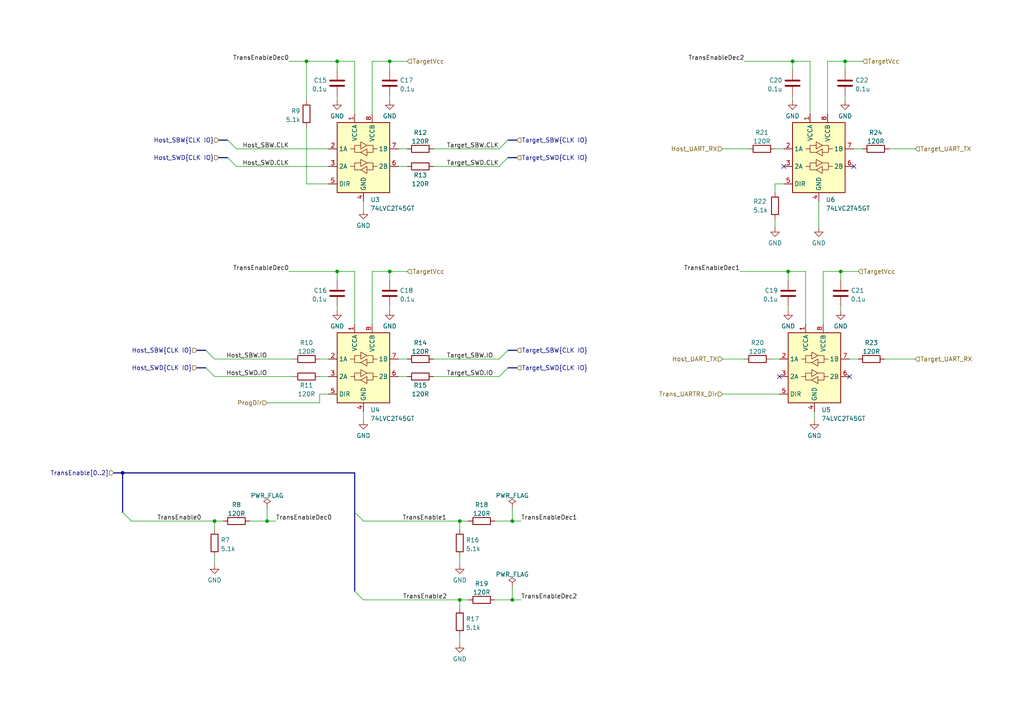
<source format=kicad_sch>
(kicad_sch (version 20211123) (generator eeschema)
  (paper "A4")
  (lib_symbols
    (symbol "74LVC2T45GT_1"
      (property "Reference" "U" (at 6.35 -11.43 0))
      (property "Value" "74LVC2T45GT_1" (at 10.16 11.43 0))
      (symbol "74LVC2T45GT_1_1_1"
        (rectangle (start -7.62 10.16) (end 7.62 -10.16) (stroke (width 0.254)) (fill (type background)))
        (polyline (pts (xy -2.54 -2.54) (xy -2.54 -1.524) (xy -0.762 -1.524)))
        (polyline (pts (xy -2.54 2.54) (xy -2.54 3.556) (xy -0.762 3.556)))
        (polyline (pts (xy 2.794 -2.54) (xy 2.794 -3.556) (xy 1.016 -3.556)))
        (polyline (pts (xy 2.794 2.54) (xy 2.794 1.524) (xy 1.016 1.524)))
        (polyline (pts (xy -0.762 -3.556) (xy -2.54 -3.556) (xy -2.54 -2.54) (xy -3.81 -2.54)))
        (polyline (pts (xy -0.762 -2.54) (xy -0.762 -0.508) (xy 1.016 -1.524) (xy -0.762 -2.54)))
        (polyline (pts (xy -0.762 1.524) (xy -2.54 1.524) (xy -2.54 2.54) (xy -3.81 2.54)))
        (polyline (pts (xy -0.762 2.54) (xy -0.762 4.572) (xy 1.016 3.556) (xy -0.762 2.54)))
        (polyline (pts (xy 1.016 -1.524) (xy 2.794 -1.524) (xy 2.794 -2.54) (xy 4.064 -2.54)))
        (polyline (pts (xy 1.016 3.556) (xy 2.794 3.556) (xy 2.794 2.54) (xy 4.064 2.54)))
        (polyline (pts (xy 1.016 -2.54) (xy 1.016 -4.318) (xy 1.016 -4.572) (xy -0.762 -3.556) (xy 1.016 -2.54)))
        (polyline (pts (xy 1.016 2.54) (xy 1.016 0.762) (xy 1.016 0.508) (xy -0.762 1.524) (xy 1.016 2.54)))
        (pin power_in line (at -2.54 12.7 270) (length 2.54) (name "VCCA") (number "1"))
        (pin bidirectional line (at -10.16 2.54 0) (length 2.54) (name "1A") (number "2"))
        (pin bidirectional line (at -10.16 -2.54 0) (length 2.54) (name "2A") (number "3"))
        (pin power_in line (at 0 -12.7 90) (length 2.54) (name "GND") (number "4"))
        (pin input line (at -10.16 -7.62 0) (length 2.54) (name "DIR") (number "5"))
        (pin bidirectional line (at 10.16 -2.54 180) (length 2.54) (name "2B") (number "6"))
        (pin bidirectional line (at 10.16 2.54 180) (length 2.54) (name "1B") (number "7"))
        (pin power_in line (at 2.54 12.7 270) (length 2.54) (name "VCCB") (number "8"))
      )
    )
    (symbol "74LVC2T45GT_2"
      (property "Reference" "U" (at 6.35 -11.43 0))
      (property "Value" "74LVC2T45GT_2" (at 10.16 11.43 0))
      (symbol "74LVC2T45GT_2_1_1"
        (rectangle (start -7.62 10.16) (end 7.62 -10.16) (stroke (width 0.254)) (fill (type background)))
        (polyline (pts (xy -2.54 -2.54) (xy -2.54 -1.524) (xy -0.762 -1.524)))
        (polyline (pts (xy -2.54 2.54) (xy -2.54 3.556) (xy -0.762 3.556)))
        (polyline (pts (xy 2.794 -2.54) (xy 2.794 -3.556) (xy 1.016 -3.556)))
        (polyline (pts (xy 2.794 2.54) (xy 2.794 1.524) (xy 1.016 1.524)))
        (polyline (pts (xy -0.762 -3.556) (xy -2.54 -3.556) (xy -2.54 -2.54) (xy -3.81 -2.54)))
        (polyline (pts (xy -0.762 -2.54) (xy -0.762 -0.508) (xy 1.016 -1.524) (xy -0.762 -2.54)))
        (polyline (pts (xy -0.762 1.524) (xy -2.54 1.524) (xy -2.54 2.54) (xy -3.81 2.54)))
        (polyline (pts (xy -0.762 2.54) (xy -0.762 4.572) (xy 1.016 3.556) (xy -0.762 2.54)))
        (polyline (pts (xy 1.016 -1.524) (xy 2.794 -1.524) (xy 2.794 -2.54) (xy 4.064 -2.54)))
        (polyline (pts (xy 1.016 3.556) (xy 2.794 3.556) (xy 2.794 2.54) (xy 4.064 2.54)))
        (polyline (pts (xy 1.016 -2.54) (xy 1.016 -4.318) (xy 1.016 -4.572) (xy -0.762 -3.556) (xy 1.016 -2.54)))
        (polyline (pts (xy 1.016 2.54) (xy 1.016 0.762) (xy 1.016 0.508) (xy -0.762 1.524) (xy 1.016 2.54)))
        (pin power_in line (at -2.54 12.7 270) (length 2.54) (name "VCCA") (number "1"))
        (pin bidirectional line (at -10.16 2.54 0) (length 2.54) (name "1A") (number "2"))
        (pin bidirectional line (at -10.16 -2.54 0) (length 2.54) (name "2A") (number "3"))
        (pin power_in line (at 0 -12.7 90) (length 2.54) (name "GND") (number "4"))
        (pin input line (at -10.16 -7.62 0) (length 2.54) (name "DIR") (number "5"))
        (pin bidirectional line (at 10.16 -2.54 180) (length 2.54) (name "2B") (number "6"))
        (pin bidirectional line (at 10.16 2.54 180) (length 2.54) (name "1B") (number "7"))
        (pin power_in line (at 2.54 12.7 270) (length 2.54) (name "VCCB") (number "8"))
      )
    )
    (symbol "74LVC2T45GT_3"
      (property "Reference" "U" (at 6.35 -11.43 0))
      (property "Value" "74LVC2T45GT_3" (at 10.16 11.43 0))
      (symbol "74LVC2T45GT_3_1_1"
        (rectangle (start -7.62 10.16) (end 7.62 -10.16) (stroke (width 0.254)) (fill (type background)))
        (polyline (pts (xy -2.54 -2.54) (xy -2.54 -1.524) (xy -0.762 -1.524)))
        (polyline (pts (xy -2.54 2.54) (xy -2.54 3.556) (xy -0.762 3.556)))
        (polyline (pts (xy 2.794 -2.54) (xy 2.794 -3.556) (xy 1.016 -3.556)))
        (polyline (pts (xy 2.794 2.54) (xy 2.794 1.524) (xy 1.016 1.524)))
        (polyline (pts (xy -0.762 -3.556) (xy -2.54 -3.556) (xy -2.54 -2.54) (xy -3.81 -2.54)))
        (polyline (pts (xy -0.762 -2.54) (xy -0.762 -0.508) (xy 1.016 -1.524) (xy -0.762 -2.54)))
        (polyline (pts (xy -0.762 1.524) (xy -2.54 1.524) (xy -2.54 2.54) (xy -3.81 2.54)))
        (polyline (pts (xy -0.762 2.54) (xy -0.762 4.572) (xy 1.016 3.556) (xy -0.762 2.54)))
        (polyline (pts (xy 1.016 -1.524) (xy 2.794 -1.524) (xy 2.794 -2.54) (xy 4.064 -2.54)))
        (polyline (pts (xy 1.016 3.556) (xy 2.794 3.556) (xy 2.794 2.54) (xy 4.064 2.54)))
        (polyline (pts (xy 1.016 -2.54) (xy 1.016 -4.318) (xy 1.016 -4.572) (xy -0.762 -3.556) (xy 1.016 -2.54)))
        (polyline (pts (xy 1.016 2.54) (xy 1.016 0.762) (xy 1.016 0.508) (xy -0.762 1.524) (xy 1.016 2.54)))
        (pin power_in line (at -2.54 12.7 270) (length 2.54) (name "VCCA") (number "1"))
        (pin bidirectional line (at -10.16 2.54 0) (length 2.54) (name "1A") (number "2"))
        (pin bidirectional line (at -10.16 -2.54 0) (length 2.54) (name "2A") (number "3"))
        (pin power_in line (at 0 -12.7 90) (length 2.54) (name "GND") (number "4"))
        (pin input line (at -10.16 -7.62 0) (length 2.54) (name "DIR") (number "5"))
        (pin bidirectional line (at 10.16 -2.54 180) (length 2.54) (name "2B") (number "6"))
        (pin bidirectional line (at 10.16 2.54 180) (length 2.54) (name "1B") (number "7"))
        (pin power_in line (at 2.54 12.7 270) (length 2.54) (name "VCCB") (number "8"))
      )
    )
    (symbol "Device:C" (pin_numbers hide) (pin_names (offset 0.254))
      (property "Reference" "C" (at 0.635 2.54 0))
      (property "Value" "C" (at 0.635 -2.54 0))
      (symbol "C_0_1"
        (polyline (pts (xy -2.032 -0.762) (xy 2.032 -0.762)) (stroke (width 0.508)))
        (polyline (pts (xy -2.032 0.762) (xy 2.032 0.762)) (stroke (width 0.508)))
      )
      (symbol "C_1_1"
        (pin passive line (at 0 3.81 270) (length 2.794) (name "~") (number "1"))
        (pin passive line (at 0 -3.81 90) (length 2.794) (name "~") (number "2"))
      )
    )
    (symbol "Device:R" (pin_numbers hide) (pin_names (offset 0))
      (property "Reference" "R" (at 2.032 0 90))
      (property "Value" "R" (at 0 0 90))
      (symbol "R_0_1"
        (rectangle (start -1.016 -2.54) (end 1.016 2.54) (stroke (width 0.254)))
      )
      (symbol "R_1_1"
        (pin passive line (at 0 3.81 270) (length 1.27) (name "~") (number "1"))
        (pin passive line (at 0 -3.81 90) (length 1.27) (name "~") (number "2"))
      )
    )
    (symbol "power:GND" (power) (pin_names (offset 0))
      (property "Value" "GND" (at 0 -3.81 0))
      (symbol "GND_0_1"
        (polyline (pts (xy 0 0) (xy 0 -1.27) (xy 1.27 -1.27) (xy 0 -2.54) (xy -1.27 -1.27) (xy 0 -1.27)))
      )
      (symbol "GND_1_1"
        (pin power_in line (at 0 0 270) (length 0) hide (name "GND") (number "1"))
      )
    )
    (symbol "power:PWR_FLAG" (power) (pin_numbers hide) (pin_names (offset 0) hide)
      (property "Value" "PWR_FLAG" (at 0 3.81 0))
      (symbol "PWR_FLAG_0_0"
        (pin power_out line (at 0 0 90) (length 0) (name "pwr") (number "1"))
      )
      (symbol "PWR_FLAG_0_1"
        (polyline (pts (xy 0 0) (xy 0 1.27) (xy -1.016 1.905) (xy 0 2.54) (xy 1.016 1.905) (xy 0 1.27)))
      )
    )
    (symbol "riotee:74LVC2T45GT"
      (property "Reference" "U" (at 6.35 -11.43 0))
      (property "Value" "74LVC2T45GT" (at 10.16 11.43 0))
      (symbol "74LVC2T45GT_1_1"
        (rectangle (start -7.62 10.16) (end 7.62 -10.16) (stroke (width 0.254)) (fill (type background)))
        (polyline (pts (xy -2.54 -2.54) (xy -2.54 -1.524) (xy -0.762 -1.524)))
        (polyline (pts (xy -2.54 2.54) (xy -2.54 3.556) (xy -0.762 3.556)))
        (polyline (pts (xy 2.794 -2.54) (xy 2.794 -3.556) (xy 1.016 -3.556)))
        (polyline (pts (xy 2.794 2.54) (xy 2.794 1.524) (xy 1.016 1.524)))
        (polyline (pts (xy -0.762 -3.556) (xy -2.54 -3.556) (xy -2.54 -2.54) (xy -3.81 -2.54)))
        (polyline (pts (xy -0.762 -2.54) (xy -0.762 -0.508) (xy 1.016 -1.524) (xy -0.762 -2.54)))
        (polyline (pts (xy -0.762 1.524) (xy -2.54 1.524) (xy -2.54 2.54) (xy -3.81 2.54)))
        (polyline (pts (xy -0.762 2.54) (xy -0.762 4.572) (xy 1.016 3.556) (xy -0.762 2.54)))
        (polyline (pts (xy 1.016 -1.524) (xy 2.794 -1.524) (xy 2.794 -2.54) (xy 4.064 -2.54)))
        (polyline (pts (xy 1.016 3.556) (xy 2.794 3.556) (xy 2.794 2.54) (xy 4.064 2.54)))
        (polyline (pts (xy 1.016 -2.54) (xy 1.016 -4.318) (xy 1.016 -4.572) (xy -0.762 -3.556) (xy 1.016 -2.54)))
        (polyline (pts (xy 1.016 2.54) (xy 1.016 0.762) (xy 1.016 0.508) (xy -0.762 1.524) (xy 1.016 2.54)))
        (pin power_in line (at -2.54 12.7 270) (length 2.54) (name "VCCA") (number "1"))
        (pin bidirectional line (at -10.16 2.54 0) (length 2.54) (name "1A") (number "2"))
        (pin bidirectional line (at -10.16 -2.54 0) (length 2.54) (name "2A") (number "3"))
        (pin power_in line (at 0 -12.7 90) (length 2.54) (name "GND") (number "4"))
        (pin input line (at -10.16 -7.62 0) (length 2.54) (name "DIR") (number "5"))
        (pin bidirectional line (at 10.16 -2.54 180) (length 2.54) (name "2B") (number "6"))
        (pin bidirectional line (at 10.16 2.54 180) (length 2.54) (name "1B") (number "7"))
        (pin power_in line (at 2.54 12.7 270) (length 2.54) (name "VCCB") (number "8"))
      )
    )
  )
  (junction (at 97.79 17.78))
  (junction (at 133.35 173.99))
  (junction (at 97.79 78.74))
  (junction (at 113.03 17.78))
  (junction (at 133.35 151.13))
  (junction (at 62.23 151.13))
  (junction (at 148.59 151.13))
  (junction (at 77.47 151.13))
  (junction (at 88.9 17.78))
  (junction (at 229.87 17.78))
  (junction (at 245.11 17.78))
  (junction (at 243.84 78.74))
  (junction (at 113.03 78.74))
  (junction (at 148.59 173.99))
  (junction (at 35.56 137.16))
  (junction (at 228.6 78.74))
  (no_connect (at 246.38 109.22))
  (no_connect (at 226.06 109.22))
  (no_connect (at 227.33 48.26))
  (no_connect (at 247.65 48.26))
  (bus_entry (at 102.87 148.59) (size 2.54 2.54))
  (bus_entry (at 66.04 45.72) (size 2.54 2.54))
  (bus_entry (at 59.69 106.68) (size 2.54 2.54))
  (bus_entry (at 147.32 40.64) (size -2.54 2.54))
  (bus_entry (at 66.04 40.64) (size 2.54 2.54))
  (bus_entry (at 147.32 101.6) (size -2.54 2.54))
  (bus_entry (at 102.87 171.45) (size 2.54 2.54))
  (bus_entry (at 35.56 148.59) (size 2.54 2.54))
  (bus_entry (at 147.32 106.68) (size -2.54 2.54))
  (bus_entry (at 59.69 101.6) (size 2.54 2.54))
  (bus_entry (at 147.32 45.72) (size -2.54 2.54))
  (bus (pts (xy 149.86 45.72) (xy 147.32 45.72)))
  (wire (pts (xy 38.1 151.13) (xy 62.23 151.13)))
  (wire (pts (xy 133.35 161.29) (xy 133.35 163.83)))
  (wire (pts (xy 243.84 78.74) (xy 248.92 78.74)))
  (wire (pts (xy 224.79 43.18) (xy 227.33 43.18)))
  (wire (pts (xy 245.11 17.78) (xy 245.11 20.32)))
  (wire (pts (xy 88.9 36.83) (xy 88.9 53.34)))
  (wire (pts (xy 97.79 88.9) (xy 97.79 90.17)))
  (wire (pts (xy 215.9 17.78) (xy 229.87 17.78)))
  (wire (pts (xy 148.59 173.99) (xy 151.13 173.99)))
  (wire (pts (xy 105.41 151.13) (xy 133.35 151.13)))
  (wire (pts (xy 72.39 151.13) (xy 77.47 151.13)))
  (wire (pts (xy 102.87 17.78) (xy 102.87 33.02)))
  (bus (pts (xy 102.87 137.16) (xy 102.87 148.59)))
  (wire (pts (xy 97.79 78.74) (xy 97.79 81.28)))
  (wire (pts (xy 83.82 78.74) (xy 97.79 78.74)))
  (wire (pts (xy 97.79 17.78) (xy 97.79 20.32)))
  (wire (pts (xy 102.87 78.74) (xy 97.79 78.74)))
  (wire (pts (xy 209.55 43.18) (xy 217.17 43.18)))
  (wire (pts (xy 77.47 147.32) (xy 77.47 151.13)))
  (wire (pts (xy 143.51 173.99) (xy 148.59 173.99)))
  (wire (pts (xy 115.57 48.26) (xy 118.11 48.26)))
  (wire (pts (xy 245.11 27.94) (xy 245.11 29.21)))
  (wire (pts (xy 77.47 116.84) (xy 92.71 116.84)))
  (wire (pts (xy 113.03 88.9) (xy 113.03 90.17)))
  (wire (pts (xy 62.23 151.13) (xy 62.23 153.67)))
  (wire (pts (xy 135.89 173.99) (xy 133.35 173.99)))
  (wire (pts (xy 133.35 184.15) (xy 133.35 186.69)))
  (wire (pts (xy 148.59 151.13) (xy 151.13 151.13)))
  (bus (pts (xy 33.02 137.16) (xy 35.56 137.16)))
  (bus (pts (xy 149.86 40.64) (xy 147.32 40.64)))
  (wire (pts (xy 233.68 78.74) (xy 228.6 78.74)))
  (bus (pts (xy 35.56 137.16) (xy 102.87 137.16)))
  (wire (pts (xy 214.63 78.74) (xy 228.6 78.74)))
  (wire (pts (xy 125.73 43.18) (xy 144.78 43.18)))
  (wire (pts (xy 113.03 78.74) (xy 118.11 78.74)))
  (wire (pts (xy 92.71 114.3) (xy 92.71 116.84)))
  (wire (pts (xy 238.76 78.74) (xy 238.76 93.98)))
  (bus (pts (xy 63.5 40.64) (xy 66.04 40.64)))
  (wire (pts (xy 125.73 109.22) (xy 144.78 109.22)))
  (wire (pts (xy 102.87 78.74) (xy 102.87 93.98)))
  (wire (pts (xy 107.95 17.78) (xy 107.95 33.02)))
  (wire (pts (xy 125.73 48.26) (xy 144.78 48.26)))
  (wire (pts (xy 240.03 17.78) (xy 245.11 17.78)))
  (wire (pts (xy 113.03 27.94) (xy 113.03 29.21)))
  (wire (pts (xy 229.87 27.94) (xy 229.87 29.21)))
  (wire (pts (xy 88.9 17.78) (xy 88.9 29.21)))
  (wire (pts (xy 92.71 104.14) (xy 95.25 104.14)))
  (wire (pts (xy 228.6 88.9) (xy 228.6 90.17)))
  (wire (pts (xy 224.79 53.34) (xy 227.33 53.34)))
  (bus (pts (xy 102.87 148.59) (xy 102.87 171.45)))
  (wire (pts (xy 243.84 88.9) (xy 243.84 90.17)))
  (wire (pts (xy 105.41 58.42) (xy 105.41 60.96)))
  (wire (pts (xy 237.49 58.42) (xy 237.49 66.04)))
  (wire (pts (xy 223.52 104.14) (xy 226.06 104.14)))
  (wire (pts (xy 133.35 173.99) (xy 133.35 176.53)))
  (wire (pts (xy 62.23 104.14) (xy 85.09 104.14)))
  (wire (pts (xy 92.71 109.22) (xy 95.25 109.22)))
  (wire (pts (xy 228.6 78.74) (xy 228.6 81.28)))
  (wire (pts (xy 102.87 17.78) (xy 97.79 17.78)))
  (wire (pts (xy 224.79 55.88) (xy 224.79 53.34)))
  (wire (pts (xy 236.22 119.38) (xy 236.22 121.92)))
  (wire (pts (xy 88.9 17.78) (xy 97.79 17.78)))
  (wire (pts (xy 234.95 17.78) (xy 234.95 33.02)))
  (wire (pts (xy 107.95 78.74) (xy 113.03 78.74)))
  (wire (pts (xy 233.68 78.74) (xy 233.68 93.98)))
  (wire (pts (xy 246.38 104.14) (xy 248.92 104.14)))
  (wire (pts (xy 105.41 173.99) (xy 133.35 173.99)))
  (wire (pts (xy 115.57 43.18) (xy 118.11 43.18)))
  (wire (pts (xy 113.03 17.78) (xy 118.11 17.78)))
  (wire (pts (xy 234.95 17.78) (xy 229.87 17.78)))
  (wire (pts (xy 105.41 119.38) (xy 105.41 121.92)))
  (wire (pts (xy 113.03 17.78) (xy 113.03 20.32)))
  (wire (pts (xy 115.57 109.22) (xy 118.11 109.22)))
  (wire (pts (xy 113.03 78.74) (xy 113.03 81.28)))
  (wire (pts (xy 209.55 114.3) (xy 226.06 114.3)))
  (bus (pts (xy 149.86 106.68) (xy 147.32 106.68)))
  (wire (pts (xy 240.03 17.78) (xy 240.03 33.02)))
  (wire (pts (xy 245.11 17.78) (xy 250.19 17.78)))
  (wire (pts (xy 238.76 78.74) (xy 243.84 78.74)))
  (wire (pts (xy 62.23 161.29) (xy 62.23 163.83)))
  (wire (pts (xy 62.23 109.22) (xy 85.09 109.22)))
  (wire (pts (xy 107.95 78.74) (xy 107.95 93.98)))
  (wire (pts (xy 83.82 17.78) (xy 88.9 17.78)))
  (wire (pts (xy 209.55 104.14) (xy 215.9 104.14)))
  (bus (pts (xy 35.56 137.16) (xy 35.56 148.59)))
  (bus (pts (xy 63.5 45.72) (xy 66.04 45.72)))
  (wire (pts (xy 224.79 63.5) (xy 224.79 66.04)))
  (wire (pts (xy 115.57 104.14) (xy 118.11 104.14)))
  (wire (pts (xy 133.35 151.13) (xy 133.35 153.67)))
  (wire (pts (xy 229.87 17.78) (xy 229.87 20.32)))
  (wire (pts (xy 143.51 151.13) (xy 148.59 151.13)))
  (wire (pts (xy 125.73 104.14) (xy 144.78 104.14)))
  (wire (pts (xy 64.77 151.13) (xy 62.23 151.13)))
  (wire (pts (xy 247.65 43.18) (xy 250.19 43.18)))
  (wire (pts (xy 256.54 104.14) (xy 265.43 104.14)))
  (wire (pts (xy 148.59 170.18) (xy 148.59 173.99)))
  (wire (pts (xy 107.95 17.78) (xy 113.03 17.78)))
  (wire (pts (xy 88.9 53.34) (xy 95.25 53.34)))
  (wire (pts (xy 135.89 151.13) (xy 133.35 151.13)))
  (bus (pts (xy 57.15 101.6) (xy 59.69 101.6)))
  (wire (pts (xy 97.79 27.94) (xy 97.79 29.21)))
  (wire (pts (xy 68.58 48.26) (xy 95.25 48.26)))
  (wire (pts (xy 68.58 43.18) (xy 95.25 43.18)))
  (wire (pts (xy 243.84 78.74) (xy 243.84 81.28)))
  (wire (pts (xy 148.59 147.32) (xy 148.59 151.13)))
  (bus (pts (xy 149.86 101.6) (xy 147.32 101.6)))
  (wire (pts (xy 77.47 151.13) (xy 80.01 151.13)))
  (wire (pts (xy 95.25 114.3) (xy 92.71 114.3)))
  (wire (pts (xy 257.81 43.18) (xy 265.43 43.18)))
  (bus (pts (xy 57.15 106.68) (xy 59.69 106.68)))
  (label "TransEnableDec2" (at 151.13 173.99 0))
  (label "TransEnableDec1" (at 214.63 78.74 180))
  (label "TransEnableDec1" (at 151.13 151.13 0))
  (label "TransEnableDec0" (at 83.82 17.78 180))
  (label "Host_SBW.CLK" (at 83.82 43.18 180))
  (label "Host_SWD.IO" (at 77.47 109.22 180))
  (label "TransEnableDec2" (at 215.9 17.78 180))
  (label "TransEnableDec0" (at 83.82 78.74 180))
  (label "Target_SWD.IO" (at 129.54 109.22 0))
  (label "TransEnable2" (at 116.84 173.99 0))
  (label "Target_SBW.CLK" (at 129.54 43.18 0))
  (label "TransEnable1" (at 129.54 151.13 180))
  (label "Target_SBW.IO" (at 129.54 104.14 0))
  (label "Host_SWD.CLK" (at 83.82 48.26 180))
  (label "TransEnable0" (at 58.42 151.13 180))
  (label "TransEnableDec0" (at 80.01 151.13 0))
  (label "Host_SBW.IO" (at 77.47 104.14 180))
  (label "Target_SWD.CLK" (at 129.54 48.26 0))
  (hierarchical_label "Host_UART_RX" (shape input) (at 209.55 43.18 180))
  (hierarchical_label "Host_UART_TX" (shape input) (at 209.55 104.14 180))
  (hierarchical_label "Target_SBW{CLK IO}" (shape input) (at 149.86 101.6 0))
  (hierarchical_label "Host_SWD{CLK IO}" (shape input) (at 63.5 45.72 180))
  (hierarchical_label "Target_UART_RX" (shape input) (at 265.43 104.14 0))
  (hierarchical_label "TargetVcc" (shape input) (at 248.92 78.74 0))
  (hierarchical_label "TargetVcc" (shape input) (at 250.19 17.78 0))
  (hierarchical_label "TargetVcc" (shape input) (at 118.11 17.78 0))
  (hierarchical_label "ProgDir" (shape input) (at 77.47 116.84 180))
  (hierarchical_label "Host_SWD{CLK IO}" (shape input) (at 57.15 106.68 180))
  (hierarchical_label "Trans_UARTRX_Dir" (shape input) (at 209.55 114.3 180))
  (hierarchical_label "Host_SBW{CLK IO}" (shape input) (at 63.5 40.64 180))
  (hierarchical_label "TargetVcc" (shape input) (at 118.11 78.74 0))
  (hierarchical_label "Target_UART_TX" (shape input) (at 265.43 43.18 0))
  (hierarchical_label "Target_SBW{CLK IO}" (shape input) (at 149.86 40.64 0))
  (hierarchical_label "Target_SWD{CLK IO}" (shape input) (at 149.86 106.68 0))
  (hierarchical_label "Target_SWD{CLK IO}" (shape input) (at 149.86 45.72 0))
  (hierarchical_label "Host_SBW{CLK IO}" (shape input) (at 57.15 101.6 180))
  (hierarchical_label "TransEnable[0..2]" (shape input) (at 33.02 137.16 180))
  (symbol (lib_id "power:GND") (at 236.22 121.92 0) (unit 1)
    (property "Reference" "#PWR027" (effects hide))
    (property "Value" "GND" (at 236.22 126.3634 0))
  )
  (symbol (lib_id "power:GND") (at 224.79 66.04 0) (unit 1)
    (property "Reference" "#PWR024" (effects hide))
    (property "Value" "GND" (at 224.79 70.4834 0))
  )
  (symbol (lib_name "74LVC2T45GT_3") (lib_id "riotee:74LVC2T45GT") (at 236.22 106.68 0) (unit 1)
    (property "Reference" "U5" (at 238.2394 118.8704 0) (effects (justify left)))
    (property "Value" "74LVC2T45GT" (at 238.2394 121.4073 0) (effects (justify left)))
    (property "Footprint" "riotee:NXP_SOT833-1" (effects hide))
    (property "Datasheet" "https://assets.nexperia.com/documents/data-sheet/74LVC_LVCH2T45.pdf" (effects hide))
  )
  (symbol (lib_id "power:GND") (at 228.6 90.17 0) (unit 1)
    (property "Reference" "#PWR025" (effects hide))
    (property "Value" "GND" (at 228.6 94.6134 0))
  )
  (symbol (lib_name "74LVC2T45GT_1") (lib_id "riotee:74LVC2T45GT") (at 105.41 45.72 0) (unit 1)
    (property "Reference" "U3" (at 107.4294 57.9104 0) (effects (justify left)))
    (property "Value" "74LVC2T45GT" (at 107.4294 60.4473 0) (effects (justify left)))
    (property "Footprint" "riotee:NXP_SOT833-1" (effects hide))
    (property "Datasheet" "https://assets.nexperia.com/documents/data-sheet/74LVC_LVCH2T45.pdf" (effects hide))
  )
  (symbol (lib_id "Device:R") (at 220.98 43.18 90) (unit 1)
    (property "Reference" "R21" (at 220.98 38.4642 90))
    (property "Value" "120R" (at 220.98 41.0011 90))
    (property "Footprint" "Resistor_SMD:R_0402_1005Metric" (effects hide))
  )
  (symbol (lib_id "Device:R") (at 62.23 157.48 0) (unit 1)
    (property "Reference" "R7" (at 64.008 156.6453 0) (effects (justify left)))
    (property "Value" "5.1k" (at 64.008 159.1822 0) (effects (justify left)))
    (property "Footprint" "Resistor_SMD:R_0402_1005Metric" (effects hide))
  )
  (symbol (lib_id "Device:R") (at 133.35 157.48 0) (unit 1)
    (property "Reference" "R16" (at 135.128 156.6453 0) (effects (justify left)))
    (property "Value" "5.1k" (at 135.128 159.1822 0) (effects (justify left)))
    (property "Footprint" "Resistor_SMD:R_0402_1005Metric" (effects hide))
  )
  (symbol (lib_id "Device:C") (at 245.11 24.13 0) (unit 1)
    (property "Reference" "C22" (at 248.031 23.2953 0) (effects (justify left)))
    (property "Value" "0.1u" (at 248.031 25.8322 0) (effects (justify left)))
    (property "Footprint" "Capacitor_SMD:C_0402_1005Metric" (effects hide))
  )
  (symbol (lib_id "power:PWR_FLAG") (at 77.47 147.32 0) (unit 1)
    (property "Reference" "#FLG01" (effects hide))
    (property "Value" "PWR_FLAG" (at 77.47 143.7442 0))
  )
  (symbol (lib_id "power:PWR_FLAG") (at 148.59 147.32 0) (unit 1)
    (property "Reference" "#FLG02" (effects hide))
    (property "Value" "PWR_FLAG" (at 148.59 143.7442 0))
  )
  (symbol (lib_id "power:GND") (at 97.79 90.17 0) (unit 1)
    (property "Reference" "#PWR017" (effects hide))
    (property "Value" "GND" (at 97.79 94.6134 0))
  )
  (symbol (lib_id "Device:R") (at 252.73 104.14 90) (unit 1)
    (property "Reference" "R23" (at 252.73 99.4242 90))
    (property "Value" "120R" (at 252.73 101.9611 90))
    (property "Footprint" "Resistor_SMD:R_0402_1005Metric" (effects hide))
  )
  (symbol (lib_id "Device:C") (at 113.03 24.13 0) (unit 1)
    (property "Reference" "C17" (at 115.951 23.2953 0) (effects (justify left)))
    (property "Value" "0.1u" (at 115.951 25.8322 0) (effects (justify left)))
    (property "Footprint" "Capacitor_SMD:C_0402_1005Metric" (effects hide))
  )
  (symbol (lib_id "Device:R") (at 139.7 173.99 90) (unit 1)
    (property "Reference" "R19" (at 139.7 169.2742 90))
    (property "Value" "120R" (at 139.7 171.8111 90))
    (property "Footprint" "Resistor_SMD:R_0402_1005Metric" (effects hide))
  )
  (symbol (lib_id "Device:C") (at 243.84 85.09 0) (unit 1)
    (property "Reference" "C21" (at 246.761 84.2553 0) (effects (justify left)))
    (property "Value" "0.1u" (at 246.761 86.7922 0) (effects (justify left)))
    (property "Footprint" "Capacitor_SMD:C_0402_1005Metric" (effects hide))
  )
  (symbol (lib_id "power:PWR_FLAG") (at 148.59 170.18 0) (unit 1)
    (property "Reference" "#FLG03" (effects hide))
    (property "Value" "PWR_FLAG" (at 148.59 166.6042 0))
  )
  (symbol (lib_id "Device:C") (at 228.6 85.09 0) (mirror x) (unit 1)
    (property "Reference" "C19" (at 225.6791 84.2553 0) (effects (justify right)))
    (property "Value" "0.1u" (at 225.6791 86.7922 0) (effects (justify right)))
    (property "Footprint" "Capacitor_SMD:C_0402_1005Metric" (effects hide))
  )
  (symbol (lib_id "power:GND") (at 113.03 90.17 0) (unit 1)
    (property "Reference" "#PWR021" (effects hide))
    (property "Value" "GND" (at 113.03 94.6134 0))
  )
  (symbol (lib_id "power:GND") (at 62.23 163.83 0) (unit 1)
    (property "Reference" "#PWR015" (effects hide))
    (property "Value" "GND" (at 62.23 168.2734 0))
  )
  (symbol (lib_id "Device:R") (at 139.7 151.13 90) (unit 1)
    (property "Reference" "R18" (at 139.7 146.4142 90))
    (property "Value" "120R" (at 139.7 148.9511 90))
    (property "Footprint" "Resistor_SMD:R_0402_1005Metric" (effects hide))
  )
  (symbol (lib_id "Device:R") (at 121.92 48.26 90) (unit 1)
    (property "Reference" "R13" (at 121.92 50.8 90))
    (property "Value" "120R" (at 121.92 53.3369 90))
    (property "Footprint" "Resistor_SMD:R_0402_1005Metric" (effects hide))
  )
  (symbol (lib_id "Device:C") (at 97.79 85.09 0) (mirror x) (unit 1)
    (property "Reference" "C16" (at 94.8691 84.2553 0) (effects (justify right)))
    (property "Value" "0.1u" (at 94.8691 86.7922 0) (effects (justify right)))
    (property "Footprint" "Capacitor_SMD:C_0402_1005Metric" (effects hide))
  )
  (symbol (lib_id "Device:R") (at 68.58 151.13 90) (unit 1)
    (property "Reference" "R8" (at 68.58 146.4142 90))
    (property "Value" "120R" (at 68.58 148.9511 90))
    (property "Footprint" "Resistor_SMD:R_0402_1005Metric" (effects hide))
  )
  (symbol (lib_id "Device:R") (at 88.9 33.02 0) (mirror x) (unit 1)
    (property "Reference" "R9" (at 87.1221 32.1853 0) (effects (justify right)))
    (property "Value" "5.1k" (at 87.1221 34.7222 0) (effects (justify right)))
    (property "Footprint" "Resistor_SMD:R_0402_1005Metric" (effects hide))
  )
  (symbol (lib_id "Device:R") (at 88.9 109.22 90) (unit 1)
    (property "Reference" "R11" (at 88.9 111.76 90))
    (property "Value" "120R" (at 88.9 114.2969 90))
    (property "Footprint" "Resistor_SMD:R_0402_1005Metric" (effects hide))
  )
  (symbol (lib_id "Device:C") (at 113.03 85.09 0) (unit 1)
    (property "Reference" "C18" (at 115.951 84.2553 0) (effects (justify left)))
    (property "Value" "0.1u" (at 115.951 86.7922 0) (effects (justify left)))
    (property "Footprint" "Capacitor_SMD:C_0402_1005Metric" (effects hide))
  )
  (symbol (lib_id "power:GND") (at 245.11 29.21 0) (unit 1)
    (property "Reference" "#PWR030" (effects hide))
    (property "Value" "GND" (at 245.11 33.6534 0))
  )
  (symbol (lib_id "Device:R") (at 88.9 104.14 90) (unit 1)
    (property "Reference" "R10" (at 88.9 99.4242 90))
    (property "Value" "120R" (at 88.9 101.9611 90))
    (property "Footprint" "Resistor_SMD:R_0402_1005Metric" (effects hide))
  )
  (symbol (lib_id "power:GND") (at 133.35 163.83 0) (unit 1)
    (property "Reference" "#PWR022" (effects hide))
    (property "Value" "GND" (at 133.35 168.2734 0))
  )
  (symbol (lib_id "power:GND") (at 105.41 121.92 0) (unit 1)
    (property "Reference" "#PWR019" (effects hide))
    (property "Value" "GND" (at 105.41 126.3634 0))
  )
  (symbol (lib_id "Device:R") (at 121.92 43.18 90) (unit 1)
    (property "Reference" "R12" (at 121.92 38.4642 90))
    (property "Value" "120R" (at 121.92 41.0011 90))
    (property "Footprint" "Resistor_SMD:R_0402_1005Metric" (effects hide))
  )
  (symbol (lib_id "riotee:74LVC2T45GT") (at 237.49 45.72 0) (unit 1)
    (property "Reference" "U6" (at 239.5094 57.9104 0) (effects (justify left)))
    (property "Value" "74LVC2T45GT" (at 239.5094 60.4473 0) (effects (justify left)))
    (property "Footprint" "riotee:NXP_SOT833-1" (effects hide))
    (property "Datasheet" "https://assets.nexperia.com/documents/data-sheet/74LVC_LVCH2T45.pdf" (effects hide))
  )
  (symbol (lib_id "Device:R") (at 121.92 104.14 90) (unit 1)
    (property "Reference" "R14" (at 121.92 99.4242 90))
    (property "Value" "120R" (at 121.92 101.9611 90))
    (property "Footprint" "Resistor_SMD:R_0402_1005Metric" (effects hide))
  )
  (symbol (lib_id "Device:R") (at 224.79 59.69 180) (unit 1)
    (property "Reference" "R22" (at 218.44 58.4231 0) (effects (justify right)))
    (property "Value" "5.1k" (at 218.44 60.96 0) (effects (justify right)))
    (property "Footprint" "Resistor_SMD:R_0402_1005Metric" (effects hide))
  )
  (symbol (lib_id "power:GND") (at 97.79 29.21 0) (unit 1)
    (property "Reference" "#PWR016" (effects hide))
    (property "Value" "GND" (at 97.79 33.6534 0))
  )
  (symbol (lib_id "Device:R") (at 121.92 109.22 90) (unit 1)
    (property "Reference" "R15" (at 121.92 111.7631 90))
    (property "Value" "120R" (at 121.92 114.3 90))
    (property "Footprint" "Resistor_SMD:R_0402_1005Metric" (effects hide))
  )
  (symbol (lib_id "Device:C") (at 97.79 24.13 0) (mirror x) (unit 1)
    (property "Reference" "C15" (at 94.8691 23.2953 0) (effects (justify right)))
    (property "Value" "0.1u" (at 94.8691 25.8322 0) (effects (justify right)))
    (property "Footprint" "Capacitor_SMD:C_0402_1005Metric" (effects hide))
  )
  (symbol (lib_id "power:GND") (at 243.84 90.17 0) (unit 1)
    (property "Reference" "#PWR029" (effects hide))
    (property "Value" "GND" (at 243.84 94.6134 0))
  )
  (symbol (lib_id "power:GND") (at 133.35 186.69 0) (unit 1)
    (property "Reference" "#PWR023" (effects hide))
    (property "Value" "GND" (at 133.35 191.1334 0))
  )
  (symbol (lib_id "Device:R") (at 219.71 104.14 90) (unit 1)
    (property "Reference" "R20" (at 219.71 99.4242 90))
    (property "Value" "120R" (at 219.71 101.9611 90))
    (property "Footprint" "Resistor_SMD:R_0402_1005Metric" (effects hide))
  )
  (symbol (lib_id "power:GND") (at 229.87 29.21 0) (unit 1)
    (property "Reference" "#PWR026" (effects hide))
    (property "Value" "GND" (at 229.87 33.6534 0))
  )
  (symbol (lib_name "74LVC2T45GT_2") (lib_id "riotee:74LVC2T45GT") (at 105.41 106.68 0) (unit 1)
    (property "Reference" "U4" (at 107.4294 118.8704 0) (effects (justify left)))
    (property "Value" "74LVC2T45GT" (at 107.4294 121.4073 0) (effects (justify left)))
    (property "Footprint" "riotee:NXP_SOT833-1" (effects hide))
    (property "Datasheet" "https://assets.nexperia.com/documents/data-sheet/74LVC_LVCH2T45.pdf" (effects hide))
  )
  (symbol (lib_id "Device:R") (at 254 43.18 90) (unit 1)
    (property "Reference" "R24" (at 254 38.4642 90))
    (property "Value" "120R" (at 254 41.0011 90))
    (property "Footprint" "Resistor_SMD:R_0402_1005Metric" (effects hide))
  )
  (symbol (lib_id "Device:C") (at 229.87 24.13 0) (mirror x) (unit 1)
    (property "Reference" "C20" (at 226.9491 23.2953 0) (effects (justify right)))
    (property "Value" "0.1u" (at 226.9491 25.8322 0) (effects (justify right)))
    (property "Footprint" "Capacitor_SMD:C_0402_1005Metric" (effects hide))
  )
  (symbol (lib_id "power:GND") (at 237.49 66.04 0) (unit 1)
    (property "Reference" "#PWR028" (effects hide))
    (property "Value" "GND" (at 237.49 70.4834 0))
  )
  (symbol (lib_id "power:GND") (at 105.41 60.96 0) (unit 1)
    (property "Reference" "#PWR018" (effects hide))
    (property "Value" "GND" (at 105.41 65.4034 0))
  )
  (symbol (lib_id "power:GND") (at 113.03 29.21 0) (unit 1)
    (property "Reference" "#PWR020" (effects hide))
    (property "Value" "GND" (at 113.03 33.6534 0))
  )
  (symbol (lib_id "Device:R") (at 133.35 180.34 0) (unit 1)
    (property "Reference" "R17" (at 135.128 179.5053 0) (effects (justify left)))
    (property "Value" "5.1k" (at 135.128 182.0422 0) (effects (justify left)))
    (property "Footprint" "Resistor_SMD:R_0402_1005Metric" (effects hide))
  )
)
</source>
